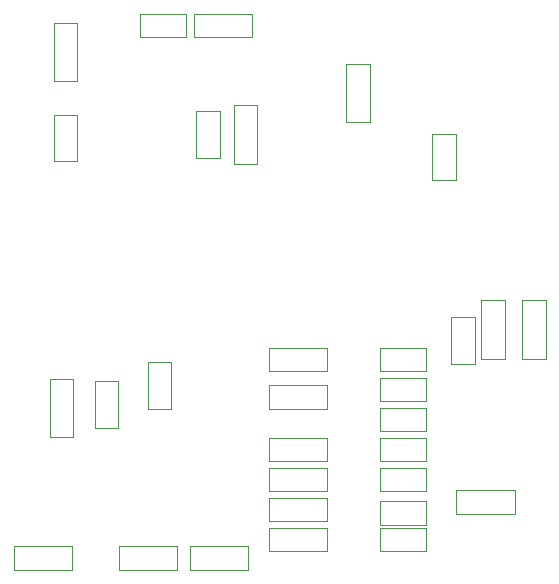
<source format=gbo>
%FSLAX44Y44*%
%MOMM*%
G71*
G01*
G75*
G04 Layer_Color=32896*
%ADD10R,1.6002X1.8034*%
%ADD11R,1.8034X1.6002*%
%ADD12R,1.3208X1.5240*%
%ADD13R,1.5240X1.3208*%
%ADD14R,2.5400X1.2700*%
%ADD15C,0.4064*%
%ADD16C,0.2540*%
%ADD17C,0.3048*%
%ADD18C,0.0508*%
G04:AMPARAMS|DCode=19|XSize=1.9812mm|YSize=1.9812mm|CornerRadius=0mm|HoleSize=0mm|Usage=FLASHONLY|Rotation=180.000|XOffset=0mm|YOffset=0mm|HoleType=Round|Shape=Octagon|*
%AMOCTAGOND19*
4,1,8,-0.9906,0.4953,-0.9906,-0.4953,-0.4953,-0.9906,0.4953,-0.9906,0.9906,-0.4953,0.9906,0.4953,0.4953,0.9906,-0.4953,0.9906,-0.9906,0.4953,0.0*
%
%ADD19OCTAGOND19*%

%ADD20C,1.2700*%
G04:AMPARAMS|DCode=21|XSize=1.27mm|YSize=1.27mm|CornerRadius=0mm|HoleSize=0mm|Usage=FLASHONLY|Rotation=180.000|XOffset=0mm|YOffset=0mm|HoleType=Round|Shape=Octagon|*
%AMOCTAGOND21*
4,1,8,-0.6350,0.3175,-0.6350,-0.3175,-0.3175,-0.6350,0.3175,-0.6350,0.6350,-0.3175,0.6350,0.3175,0.3175,0.6350,-0.3175,0.6350,-0.6350,0.3175,0.0*
%
%ADD21OCTAGOND21*%

%ADD22O,3.6576X1.8288*%
G04:AMPARAMS|DCode=23|XSize=1.0668mm|YSize=1.0668mm|CornerRadius=0mm|HoleSize=0mm|Usage=FLASHONLY|Rotation=90.000|XOffset=0mm|YOffset=0mm|HoleType=Round|Shape=Octagon|*
%AMOCTAGOND23*
4,1,8,0.2667,0.5334,-0.2667,0.5334,-0.5334,0.2667,-0.5334,-0.2667,-0.2667,-0.5334,0.2667,-0.5334,0.5334,-0.2667,0.5334,0.2667,0.2667,0.5334,0.0*
%
%ADD23OCTAGOND23*%

%ADD24O,3.0480X1.5240*%
%ADD25O,2.7432X1.3716*%
%ADD26O,1.3716X2.7432*%
%ADD27O,1.5240X0.7620*%
%ADD28O,0.7620X1.5240*%
G04:AMPARAMS|DCode=29|XSize=1.524mm|YSize=1.524mm|CornerRadius=0mm|HoleSize=0mm|Usage=FLASHONLY|Rotation=270.000|XOffset=0mm|YOffset=0mm|HoleType=Round|Shape=Octagon|*
%AMOCTAGOND29*
4,1,8,-0.3810,-0.7620,0.3810,-0.7620,0.7620,-0.3810,0.7620,0.3810,0.3810,0.7620,-0.3810,0.7620,-0.7620,0.3810,-0.7620,-0.3810,-0.3810,-0.7620,0.0*
%
%ADD29OCTAGOND29*%

%ADD30O,2.4384X1.2192*%
%ADD31O,1.7780X3.5560*%
%ADD32R,1.8288X1.8288*%
G04:AMPARAMS|DCode=33|XSize=1.2192mm|YSize=1.2192mm|CornerRadius=0mm|HoleSize=0mm|Usage=FLASHONLY|Rotation=0.000|XOffset=0mm|YOffset=0mm|HoleType=Round|Shape=Octagon|*
%AMOCTAGOND33*
4,1,8,0.6096,-0.3048,0.6096,0.3048,0.3048,0.6096,-0.3048,0.6096,-0.6096,0.3048,-0.6096,-0.3048,-0.3048,-0.6096,0.3048,-0.6096,0.6096,-0.3048,0.0*
%
%ADD33OCTAGOND33*%

G04:AMPARAMS|DCode=34|XSize=1.524mm|YSize=1.524mm|CornerRadius=0mm|HoleSize=0mm|Usage=FLASHONLY|Rotation=180.000|XOffset=0mm|YOffset=0mm|HoleType=Round|Shape=Octagon|*
%AMOCTAGOND34*
4,1,8,-0.7620,0.3810,-0.7620,-0.3810,-0.3810,-0.7620,0.3810,-0.7620,0.7620,-0.3810,0.7620,0.3810,0.3810,0.7620,-0.3810,0.7620,-0.7620,0.3810,0.0*
%
%ADD34OCTAGOND34*%

G04:AMPARAMS|DCode=35|XSize=1.6002mm|YSize=1.6002mm|CornerRadius=0mm|HoleSize=0mm|Usage=FLASHONLY|Rotation=0.000|XOffset=0mm|YOffset=0mm|HoleType=Round|Shape=Octagon|*
%AMOCTAGOND35*
4,1,8,0.8001,-0.4001,0.8001,0.4001,0.4001,0.8001,-0.4001,0.8001,-0.8001,0.4001,-0.8001,-0.4001,-0.4001,-0.8001,0.4001,-0.8001,0.8001,-0.4001,0.0*
%
%ADD35OCTAGOND35*%

%ADD36R,1.2192X1.2192*%
G04:AMPARAMS|DCode=37|XSize=1.3716mm|YSize=1.3716mm|CornerRadius=0mm|HoleSize=0mm|Usage=FLASHONLY|Rotation=90.000|XOffset=0mm|YOffset=0mm|HoleType=Round|Shape=Octagon|*
%AMOCTAGOND37*
4,1,8,0.3429,0.6858,-0.3429,0.6858,-0.6858,0.3429,-0.6858,-0.3429,-0.3429,-0.6858,0.3429,-0.6858,0.6858,-0.3429,0.6858,0.3429,0.3429,0.6858,0.0*
%
%ADD37OCTAGOND37*%

G04:AMPARAMS|DCode=38|XSize=1.3716mm|YSize=1.3716mm|CornerRadius=0mm|HoleSize=0mm|Usage=FLASHONLY|Rotation=180.000|XOffset=0mm|YOffset=0mm|HoleType=Round|Shape=Octagon|*
%AMOCTAGOND38*
4,1,8,-0.6858,0.3429,-0.6858,-0.3429,-0.3429,-0.6858,0.3429,-0.6858,0.6858,-0.3429,0.6858,0.3429,0.3429,0.6858,-0.3429,0.6858,-0.6858,0.3429,0.0*
%
%ADD38OCTAGOND38*%

%ADD39C,4.5212*%
%ADD40C,0.9096*%
%ADD41C,1.0160*%
%ADD42C,0.1524*%
%ADD43C,0.1270*%
%ADD44C,0.0000*%
%ADD45R,0.2540X2.5400*%
%ADD46R,0.3810X0.5080*%
%ADD47R,1.7502X1.9534*%
%ADD48R,1.9534X1.7502*%
%ADD49R,1.4708X1.6740*%
%ADD50R,1.6740X1.4708*%
%ADD51R,2.6900X1.4200*%
G04:AMPARAMS|DCode=52|XSize=2.1312mm|YSize=2.1312mm|CornerRadius=0mm|HoleSize=0mm|Usage=FLASHONLY|Rotation=180.000|XOffset=0mm|YOffset=0mm|HoleType=Round|Shape=Octagon|*
%AMOCTAGOND52*
4,1,8,-1.0656,0.5328,-1.0656,-0.5328,-0.5328,-1.0656,0.5328,-1.0656,1.0656,-0.5328,1.0656,0.5328,0.5328,1.0656,-0.5328,1.0656,-1.0656,0.5328,0.0*
%
%ADD52OCTAGOND52*%

%ADD53C,1.4200*%
G04:AMPARAMS|DCode=54|XSize=1.42mm|YSize=1.42mm|CornerRadius=0mm|HoleSize=0mm|Usage=FLASHONLY|Rotation=180.000|XOffset=0mm|YOffset=0mm|HoleType=Round|Shape=Octagon|*
%AMOCTAGOND54*
4,1,8,-0.7100,0.3550,-0.7100,-0.3550,-0.3550,-0.7100,0.3550,-0.7100,0.7100,-0.3550,0.7100,0.3550,0.3550,0.7100,-0.3550,0.7100,-0.7100,0.3550,0.0*
%
%ADD54OCTAGOND54*%

%ADD55O,3.8076X1.9788*%
G04:AMPARAMS|DCode=56|XSize=1.2168mm|YSize=1.2168mm|CornerRadius=0mm|HoleSize=0mm|Usage=FLASHONLY|Rotation=90.000|XOffset=0mm|YOffset=0mm|HoleType=Round|Shape=Octagon|*
%AMOCTAGOND56*
4,1,8,0.3042,0.6084,-0.3042,0.6084,-0.6084,0.3042,-0.6084,-0.3042,-0.3042,-0.6084,0.3042,-0.6084,0.6084,-0.3042,0.6084,0.3042,0.3042,0.6084,0.0*
%
%ADD56OCTAGOND56*%

%ADD57O,3.1980X1.6740*%
%ADD58O,2.8932X1.5216*%
%ADD59O,1.5216X2.8932*%
%ADD60O,1.6740X0.9120*%
%ADD61O,0.9120X1.6740*%
G04:AMPARAMS|DCode=62|XSize=1.674mm|YSize=1.674mm|CornerRadius=0mm|HoleSize=0mm|Usage=FLASHONLY|Rotation=270.000|XOffset=0mm|YOffset=0mm|HoleType=Round|Shape=Octagon|*
%AMOCTAGOND62*
4,1,8,-0.4185,-0.8370,0.4185,-0.8370,0.8370,-0.4185,0.8370,0.4185,0.4185,0.8370,-0.4185,0.8370,-0.8370,0.4185,-0.8370,-0.4185,-0.4185,-0.8370,0.0*
%
%ADD62OCTAGOND62*%

%ADD63O,2.5884X1.3692*%
%ADD64O,1.9280X3.7060*%
%ADD65R,1.9788X1.9788*%
G04:AMPARAMS|DCode=66|XSize=1.3692mm|YSize=1.3692mm|CornerRadius=0mm|HoleSize=0mm|Usage=FLASHONLY|Rotation=0.000|XOffset=0mm|YOffset=0mm|HoleType=Round|Shape=Octagon|*
%AMOCTAGOND66*
4,1,8,0.6846,-0.3423,0.6846,0.3423,0.3423,0.6846,-0.3423,0.6846,-0.6846,0.3423,-0.6846,-0.3423,-0.3423,-0.6846,0.3423,-0.6846,0.6846,-0.3423,0.0*
%
%ADD66OCTAGOND66*%

G04:AMPARAMS|DCode=67|XSize=1.674mm|YSize=1.674mm|CornerRadius=0mm|HoleSize=0mm|Usage=FLASHONLY|Rotation=180.000|XOffset=0mm|YOffset=0mm|HoleType=Round|Shape=Octagon|*
%AMOCTAGOND67*
4,1,8,-0.8370,0.4185,-0.8370,-0.4185,-0.4185,-0.8370,0.4185,-0.8370,0.8370,-0.4185,0.8370,0.4185,0.4185,0.8370,-0.4185,0.8370,-0.8370,0.4185,0.0*
%
%ADD67OCTAGOND67*%

G04:AMPARAMS|DCode=68|XSize=1.7502mm|YSize=1.7502mm|CornerRadius=0mm|HoleSize=0mm|Usage=FLASHONLY|Rotation=0.000|XOffset=0mm|YOffset=0mm|HoleType=Round|Shape=Octagon|*
%AMOCTAGOND68*
4,1,8,0.8751,-0.4375,0.8751,0.4375,0.4375,0.8751,-0.4375,0.8751,-0.8751,0.4375,-0.8751,-0.4375,-0.4375,-0.8751,0.4375,-0.8751,0.8751,-0.4375,0.0*
%
%ADD68OCTAGOND68*%

%ADD69R,1.3692X1.3692*%
G04:AMPARAMS|DCode=70|XSize=1.5216mm|YSize=1.5216mm|CornerRadius=0mm|HoleSize=0mm|Usage=FLASHONLY|Rotation=90.000|XOffset=0mm|YOffset=0mm|HoleType=Round|Shape=Octagon|*
%AMOCTAGOND70*
4,1,8,0.3804,0.7608,-0.3804,0.7608,-0.7608,0.3804,-0.7608,-0.3804,-0.3804,-0.7608,0.3804,-0.7608,0.7608,-0.3804,0.7608,0.3804,0.3804,0.7608,0.0*
%
%ADD70OCTAGOND70*%

G04:AMPARAMS|DCode=71|XSize=1.5216mm|YSize=1.5216mm|CornerRadius=0mm|HoleSize=0mm|Usage=FLASHONLY|Rotation=180.000|XOffset=0mm|YOffset=0mm|HoleType=Round|Shape=Octagon|*
%AMOCTAGOND71*
4,1,8,-0.7608,0.3804,-0.7608,-0.3804,-0.3804,-0.7608,0.3804,-0.7608,0.7608,-0.3804,0.7608,0.3804,0.3804,0.7608,-0.3804,0.7608,-0.7608,0.3804,0.0*
%
%ADD71OCTAGOND71*%

%ADD72C,4.6712*%
%ADD73C,1.0596*%
D18*
X1380582Y755396D02*
Y775132D01*
X1330960D02*
X1380582D01*
X1330960Y755396D02*
Y775132D01*
Y755396D02*
X1380582D01*
X1212596Y718220D02*
X1232332D01*
Y767842D01*
X1212596D02*
X1232332D01*
X1212596Y718220D02*
Y767842D01*
X1394622Y472770D02*
Y492506D01*
Y472770D02*
X1444244D01*
Y492506D01*
X1394622D02*
X1444244D01*
X1528064Y472770D02*
Y492506D01*
X1488522Y472770D02*
Y492506D01*
Y472770D02*
X1528064D01*
X1488522Y492506D02*
X1528064D01*
X1209370Y466182D02*
X1229106D01*
X1209370Y416560D02*
Y466182D01*
Y416560D02*
X1229106D01*
Y466182D01*
X1228182Y304546D02*
Y324282D01*
X1178560D02*
X1228182D01*
X1178560Y304546D02*
Y324282D01*
Y304546D02*
X1228182D01*
X1394622Y441020D02*
Y460756D01*
Y441020D02*
X1444244D01*
Y460756D01*
X1394622D02*
X1444244D01*
X1394622Y396570D02*
Y416306D01*
Y396570D02*
X1444244D01*
Y416306D01*
X1394622D02*
X1444244D01*
X1394622Y371170D02*
Y390906D01*
Y371170D02*
X1444244D01*
Y390906D01*
X1394622D02*
X1444244D01*
X1394622Y345770D02*
Y365506D01*
Y345770D02*
X1444244D01*
Y365506D01*
X1394622D02*
X1444244D01*
X1394622Y320370D02*
Y340106D01*
Y320370D02*
X1444244D01*
Y340106D01*
X1394622D02*
X1444244D01*
X1528064Y342722D02*
Y362458D01*
X1488522Y342722D02*
Y362458D01*
Y342722D02*
X1528064D01*
X1488522Y362458D02*
X1528064D01*
Y371170D02*
Y390906D01*
X1488522Y371170D02*
Y390906D01*
Y371170D02*
X1528064D01*
X1488522Y390906D02*
X1528064D01*
Y396570D02*
Y416306D01*
X1488522Y396570D02*
Y416306D01*
Y396570D02*
X1528064D01*
X1488522Y416306D02*
X1528064D01*
Y320370D02*
Y340106D01*
X1488522Y320370D02*
Y340106D01*
Y320370D02*
X1528064D01*
X1488522Y340106D02*
X1528064D01*
X1364996Y648370D02*
X1384732D01*
Y697992D01*
X1364996D02*
X1384732D01*
X1364996Y648370D02*
Y697992D01*
X1377280Y304546D02*
Y324282D01*
X1327658D02*
X1377280D01*
X1327658Y304546D02*
Y324282D01*
Y304546D02*
X1377280D01*
X1317082D02*
Y324282D01*
X1267460D02*
X1317082D01*
X1267460Y304546D02*
Y324282D01*
Y304546D02*
X1317082D01*
X1609344Y483270D02*
X1629080D01*
Y532892D01*
X1609344D02*
X1629080D01*
X1609344Y483270D02*
Y532892D01*
X1574622Y532730D02*
X1594358D01*
X1574622Y483108D02*
Y532730D01*
Y483108D02*
X1594358D01*
Y532730D01*
X1602832Y352044D02*
Y371780D01*
X1553210D02*
X1602832D01*
X1553210Y352044D02*
Y371780D01*
Y352044D02*
X1602832D01*
X1528064Y447370D02*
Y467106D01*
X1488522Y447370D02*
Y467106D01*
Y447370D02*
X1528064D01*
X1488522Y467106D02*
X1528064D01*
X1324864Y755472D02*
Y775208D01*
X1285322Y755472D02*
Y775208D01*
Y755472D02*
X1324864D01*
X1285322Y775208D02*
X1324864D01*
X1488440Y421894D02*
Y441630D01*
X1527982Y421894D02*
Y441630D01*
X1488440D02*
X1527982D01*
X1488440Y421894D02*
X1527982D01*
X1549146Y518414D02*
X1568882D01*
X1549146Y478872D02*
X1568882D01*
Y518414D01*
X1549146Y478872D02*
Y518414D01*
X1212596Y689864D02*
X1232332D01*
X1212596Y650322D02*
X1232332D01*
Y689864D01*
X1212596Y650322D02*
Y689864D01*
X1333246Y692912D02*
X1352982D01*
X1333246Y653370D02*
X1352982D01*
Y692912D01*
X1333246Y653370D02*
Y692912D01*
X1291920Y440690D02*
X1311656D01*
X1291920Y480232D02*
X1311656D01*
X1291920Y440690D02*
Y480232D01*
X1311656Y440690D02*
Y480232D01*
X1247394Y464312D02*
X1267130D01*
X1247394Y424770D02*
X1267130D01*
Y464312D01*
X1247394Y424770D02*
Y464312D01*
X1460246Y732882D02*
X1479982D01*
Y683260D02*
Y732882D01*
X1460246Y683260D02*
X1479982D01*
X1460246D02*
Y732882D01*
X1533144Y634238D02*
X1552880D01*
X1533144Y673780D02*
X1552880D01*
Y634238D02*
Y673780D01*
X1533144Y634238D02*
Y673780D01*
M02*

</source>
